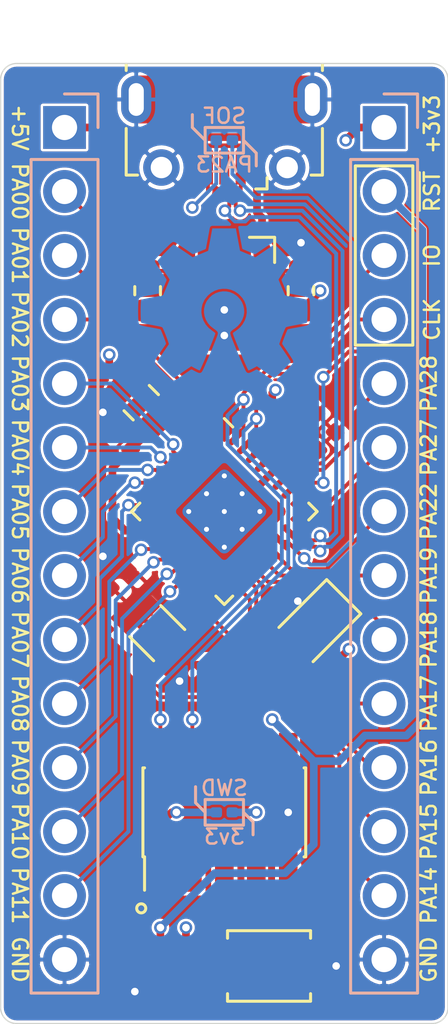
<source format=kicad_pcb>
(kicad_pcb (version 20171130) (host pcbnew "(5.1.4)-1")
  (layers (0 F.Cu signal) (1 In1.Cu power) (2 In2.Cu power) (31 B.Cu signal) (34 B.Paste user) (35 F.Paste user) (36 B.SilkS user) (37 F.SilkS user) (38 B.Mask user) (39 F.Mask user) (44 Edge.Cuts user))
  (net 0 "")
  (net 1 +3V3)
  (net 2 GND)
  (net 3 /VDDANA)
  (net 4 +5V)
  (net 5 /PA14)
  (net 6 /PA15)
  (net 7 /~RESET)
  (net 8 "Net-(D1-Pad2)")
  (net 9 /USB_D+)
  (net 10 /USB_D-)
  (net 11 /PA11)
  (net 12 /PA10)
  (net 13 /PA09)
  (net 14 /PA08)
  (net 15 /PA07)
  (net 16 /PA06)
  (net 17 /PA05)
  (net 18 /PA04)
  (net 19 /PA03)
  (net 20 /PA02)
  (net 21 /PA01)
  (net 22 /PA00)
  (net 23 /PA16)
  (net 24 /PA17)
  (net 25 /PA18)
  (net 26 /PA19)
  (net 27 /PA22)
  (net 28 /PA27)
  (net 29 /PA28)
  (net 30 /SWD_CLK)
  (net 31 /SWD_IO)
  (net 32 "Net-(J4-Pad8)")
  (net 33 "Net-(J4-Pad7)")
  (net 34 "Net-(J4-Pad6)")
  (net 35 /SWD_3V3)
  (net 36 "Net-(R2-Pad1)")
  (net 37 /USB_SOF)
  (net 38 "Net-(U1-Pad3)")
  (net 39 /VDDCORE)
  (net 40 /PA23)
  (module Crystal:Crystal_SMD_3215-2Pin_3.2x1.5mm (layer F.Cu) (at 32.893 45.466 135)
    (fp_text reference Y1 hide)
    (fp_text value ABS07-32.768KHZ)
    (pad 2 smd rect (at -1.25 0 135) (size 1 1.8) (layers F.Cu F.Paste F.Mask) (net 6 /PA15))
    (pad 1 smd rect (at 1.25 0 135) (size 1 1.8) (layers F.Cu F.Paste F.Mask) (net 5 /PA14))
  )
  (module Symbol:OSHW-Symbol_6.7x6mm_Copper (layer B.Cu) (at 35.56 32.385 180)
    (fp_text reference REF** hide)
    (fp_text value OSHW-Symbol_6.7x6mm_Copper hide)
    (fp_poly (pts (xy 0.555814 2.531069) (xy 0.639635 2.086445) (xy 0.94892 1.958947) (xy 1.258206 1.831449) (xy 1.629246 2.083754) (xy 1.733157 2.154004) (xy 1.827087 2.216728) (xy 1.906652 2.269062) (xy 1.96747 2.308143) (xy 2.005157 2.331107) (xy 2.015421 2.336058) (xy 2.03391 2.323324) (xy 2.07342 2.288118) (xy 2.129522 2.234938) (xy 2.197787 2.168282) (xy 2.273786 2.092646) (xy 2.353092 2.012528) (xy 2.431275 1.932426) (xy 2.503907 1.856836) (xy 2.566559 1.790255) (xy 2.614803 1.737182) (xy 2.64421 1.702113) (xy 2.651241 1.690377) (xy 2.641123 1.66874) (xy 2.612759 1.621338) (xy 2.569129 1.552807) (xy 2.513218 1.467785) (xy 2.448006 1.370907) (xy 2.410219 1.31565) (xy 2.341343 1.214752) (xy 2.28014 1.123701) (xy 2.229578 1.04703) (xy 2.192628 0.989272) (xy 2.172258 0.954957) (xy 2.169197 0.947746) (xy 2.176136 0.927252) (xy 2.195051 0.879487) (xy 2.223087 0.811168) (xy 2.257391 0.729011) (xy 2.295109 0.63973) (xy 2.333387 0.550042) (xy 2.36937 0.466662) (xy 2.400206 0.396306) (xy 2.423039 0.34569) (xy 2.435017 0.321529) (xy 2.435724 0.320578) (xy 2.454531 0.315964) (xy 2.504618 0.305672) (xy 2.580793 0.290713) (xy 2.677865 0.272099) (xy 2.790643 0.250841) (xy 2.856442 0.238582) (xy 2.97695 0.215638) (xy 3.085797 0.193805) (xy 3.177476 0.174278) (xy 3.246481 0.158252) (xy 3.287304 0.146921) (xy 3.295511 0.143326) (xy 3.303548 0.118994) (xy 3.310033 0.064041) (xy 3.31497 -0.015108) (xy 3.318364 -0.112026) (xy 3.320218 -0.220287) (xy 3.320538 -0.333465) (xy 3.319327 -0.445135) (xy 3.31659 -0.548868) (xy 3.312331 -0.638241) (xy 3.306555 -0.706826) (xy 3.299267 -0.748197) (xy 3.294895 -0.75681) (xy 3.268764 -0.767133) (xy 3.213393 -0.781892) (xy 3.136107 -0.799352) (xy 3.04423 -0.81778) (xy 3.012158 -0.823741) (xy 2.857524 -0.852066) (xy 2.735375 -0.874876) (xy 2.641673 -0.89308) (xy 2.572384 -0.907583) (xy 2.523471 -0.919292) (xy 2.490897 -0.929115) (xy 2.470628 -0.937956) (xy 2.458626 -0.946724) (xy 2.456947 -0.948457) (xy 2.440184 -0.976371) (xy 2.414614 -1.030695) (xy 2.382788 -1.104777) (xy 2.34726 -1.191965) (xy 2.310583 -1.285608) (xy 2.275311 -1.379052) (xy 2.243996 -1.465647) (xy 2.219193 -1.53874) (xy 2.203454 -1.591678) (xy 2.199332 -1.617811) (xy 2.199676 -1.618726) (xy 2.213641 -1.640086) (xy 2.245322 -1.687084) (xy 2.291391 -1.754827) (xy 2.348518 -1.838423) (xy 2.413373 -1.932982) (xy 2.431843 -1.959854) (xy 2.497699 -2.057275) (xy 2.55565 -2.146163) (xy 2.602538 -2.221412) (xy 2.635207 -2.27792) (xy 2.6505 -2.310581) (xy 2.651241 -2.314593) (xy 2.638392 -2.335684) (xy 2.602888 -2.377464) (xy 2.549293 -2.435445) (xy 2.482171 -2.505135) (xy 2.406087 -2.582045) (xy 2.325604 -2.661683) (xy 2.245287 -2.739561) (xy 2.169699 -2.811186) (xy 2.103405 -2.87207) (xy 2.050969 -2.917721) (xy 2.016955 -2.94365) (xy 2.007545 -2.947883) (xy 1.985643 -2.937912) (xy 1.9408 -2.91102) (xy 1.880321 -2.871736) (xy 1.833789 -2.840117) (xy 1.749475 -2.782098) (xy 1.649626 -2.713784) (xy 1.549473 -2.645579) (xy 1.495627 -2.609075) (xy 1.313371 -2.4858) (xy 1.160381 -2.56852) (xy 1.090682 -2.604759) (xy 1.031414 -2.632926) (xy 0.991311 -2.648991) (xy 0.981103 -2.651226) (xy 0.968829 -2.634722) (xy 0.944613 -2.588082) (xy 0.910263 -2.515609) (xy 0.867588 -2.421606) (xy 0.818394 -2.310374) (xy 0.76449 -2.186215) (xy 0.707684 -2.053432) (xy 0.649782 -1.916327) (xy 0.592593 -1.779202) (xy 0.537924 -1.646358) (xy 0.487584 -1.522098) (xy 0.44338 -1.410725) (xy 0.407119 -1.316539) (xy 0.380609 -1.243844) (xy 0.365658 -1.196941) (xy 0.363254 -1.180833) (xy 0.382311 -1.160286) (xy 0.424036 -1.126933) (xy 0.479706 -1.087702) (xy 0.484378 -1.084599) (xy 0.628264 -0.969423) (xy 0.744283 -0.835053) (xy 0.83143 -0.685784) (xy 0.888699 -0.525913) (xy 0.915086 -0.359737) (xy 0.909585 -0.191552) (xy 0.87119 -0.025655) (xy 0.798895 0.133658) (xy 0.777626 0.168513) (xy 0.666996 0.309263) (xy 0.536302 0.422286) (xy 0.390064 0.506997) (xy 0.232808 0.562806) (xy 0.069057 0.589126) (xy -0.096667 0.58537) (xy -0.259838 0.55095) (xy -0.415935 0.485277) (xy -0.560433 0.387765) (xy -0.605131 0.348187) (xy -0.718888 0.224297) (xy -0.801782 0.093876) (xy -0.858644 -0.052315) (xy -0.890313 -0.197088) (xy -0.898131 -0.35986) (xy -0.872062 -0.52344) (xy -0.814755 -0.682298) (xy -0.728856 -0.830906) (xy -0.617014 -0.963735) (xy -0.481877 -1.075256) (xy -0.464117 -1.087011) (xy -0.40785 -1.125508) (xy -0.365077 -1.158863) (xy -0.344628 -1.18016) (xy -0.344331 -1.180833) (xy -0.348721 -1.203871) (xy -0.366124 -1.256157) (xy -0.394732 -1.33339) (xy -0.432735 -1.431268) (xy -0.478326 -1.545491) (xy -0.529697 -1.671758) (xy -0.585038 -1.805767) (xy -0.642542 -1.943218) (xy -0.700399 -2.079808) (xy -0.756802 -2.211237) (xy -0.809942 -2.333205) (xy -0.85801 -2.441409) (xy -0.899199 -2.531549) (xy -0.931699 -2.599323) (xy -0.953703 -2.64043) (xy -0.962564 -2.651226) (xy -0.98964 -2.642819) (xy -1.040303 -2.620272) (xy -1.105817 -2.587613) (xy -1.141841 -2.56852) (xy -1.294832 -2.4858) (xy -1.477088 -2.609075) (xy -1.570125 -2.672228) (xy -1.671985 -2.741727) (xy -1.767438 -2.807165) (xy -1.81525 -2.840117) (xy -1.882495 -2.885273) (xy -1.939436 -2.921057) (xy -1.978646 -2.942938) (xy -1.991381 -2.947563) (xy -2.009917 -2.935085) (xy -2.050941 -2.900252) (xy -2.110475 -2.846678) (xy -2.184542 -2.777983) (xy -2.269165 -2.697781) (xy -2.322685 -2.646286) (xy -2.416319 -2.554286) (xy -2.497241 -2.471999) (xy -2.562177 -2.402945) (xy -2.607858 -2.350644) (xy -2.631011 -2.318616) (xy -2.633232 -2.312116) (xy -2.622924 -2.287394) (xy -2.594439 -2.237405) (xy -2.550937 -2.167212) (xy -2.495577 -2.081875) (xy -2.43152 -1.986456) (xy -2.413303 -1.959854) (xy -2.346927 -1.863167) (xy -2.287378 -1.776117) (xy -2.237984 -1.703595) (xy -2.202075 -1.650493) (xy -2.182981 -1.621703) (xy -2.181136 -1.618726) (xy -2.183895 -1.595782) (xy -2.198538 -1.545336) (xy -2.222513 -1.474041) (xy -2.253266 -1.388547) (xy -2.288244 -1.295507) (xy -2.324893 -1.201574) (xy -2.360661 -1.113399) (xy -2.392994 -1.037634) (xy -2.419338 -0.980931) (xy -2.437142 -0.949943) (xy -2.438407 -0.948457) (xy -2.449294 -0.939601) (xy -2.467682 -0.930843) (xy -2.497606 -0.921277) (xy -2.543103 -0.909996) (xy -2.608209 -0.896093) (xy -2.696961 -0.878663) (xy -2.813393 -0.856798) (xy -2.961542 -0.829591) (xy -2.993618 -0.823741) (xy -3.088686 -0.805374) (xy -3.171565 -0.787405) (xy -3.23493 -0.771569) (xy -3.271458 -0.7596) (xy -3.276356 -0.75681) (xy -3.284427 -0.732072) (xy -3.290987 -0.67679) (xy -3.296033 -0.597389) (xy -3.299559 -0.500296) (xy -3.301561 -0.391938) (xy -3.302036 -0.27874) (xy -3.300977 -0.167128) (xy -3.298382 -0.063529) (xy -3.294246 0.025632) (xy -3.288563 0.093928) (xy -3.281331 0.134934) (xy -3.276971 0.143326) (xy -3.252698 0.151792) (xy -3.197426 0.165565) (xy -3.116662 0.18345) (xy -3.015912 0.204252) (xy -2.900683 0.226777) (xy -2.837902 0.238582) (xy -2.718787 0.260849) (xy -2.612565 0.281021) (xy -2.524427 0.298085) (xy -2.459566 0.311031) (xy -2.423174 0.318845) (xy -2.417184 0.320578) (xy -2.407061 0.34011) (xy -2.385662 0.387157) (xy -2.355839 0.454997) (xy -2.320445 0.536909) (xy -2.282332 0.626172) (xy -2.244353 0.716065) (xy -2.20936 0.799865) (xy -2.180206 0.870853) (xy -2.159743 0.922306) (xy -2.150823 0.947503) (xy -2.150657 0.948604) (xy -2.160769 0.968481) (xy -2.189117 1.014223) (xy -2.232723 1.081283) (xy -2.288606 1.165116) (xy -2.353787 1.261174) (xy -2.391679 1.31635) (xy -2.460725 1.417519) (xy -2.52205 1.50937) (xy -2.572663 1.587256) (xy -2.609571 1.646531) (xy -2.629782 1.682549) (xy -2.632701 1.690623) (xy -2.620153 1.709416) (xy -2.585463 1.749543) (xy -2.533063 1.806507) (xy -2.467384 1.875815) (xy -2.392856 1.952969) (xy -2.313913 2.033475) (xy -2.234983 2.112837) (xy -2.1605 2.18656) (xy -2.094894 2.250148) (xy -2.042596 2.299106) (xy -2.008039 2.328939) (xy -1.996478 2.336058) (xy -1.977654 2.326047) (xy -1.932631 2.297922) (xy -1.865787 2.254546) (xy -1.781499 2.198782) (xy -1.684144 2.133494) (xy -1.610707 2.083754) (xy -1.239667 1.831449) (xy -0.621095 2.086445) (xy -0.537275 2.531069) (xy -0.453454 2.975693) (xy 0.471994 2.975693) (xy 0.555814 2.531069)) (layer B.Cu) (width 0.01))
  )
  (module LED_SMD:LED_0805_2012Metric (layer F.Cu) (at 39.116 45.212 225)
    (fp_text reference D1 hide)
    (fp_text value PWR_LED)
    (pad 2 smd roundrect (at 0.9375 0 225) (size 0.975 1.4) (layers F.Cu F.Paste F.Mask) (net 8 "Net-(D1-Pad2)"))
    (pad 1 smd roundrect (at -0.9375 0 225) (size 0.975 1.4) (layers F.Cu F.Paste F.Mask) (net 2 GND))
  )
  (module Resistor_SMD:R_0402_1005Metric (layer F.Cu) (at 34.036 58.42 270)
    (fp_text reference R3 hide)
    (fp_text value 4k7)
    (pad 2 smd roundrect (at 0.485 0 270) (size 0.59 0.64) (layers F.Cu F.Paste F.Mask) (net 36 "Net-(R2-Pad1)"))
    (pad 1 smd roundrect (at -0.485 0 270) (size 0.59 0.64) (layers F.Cu F.Paste F.Mask) (net 1 +3V3))
  )
  (module Resistor_SMD:R_0402_1005Metric (layer F.Cu) (at 33.02 58.42 90)
    (fp_text reference R2 hide)
    (fp_text value 4k7)
    (pad 2 smd roundrect (at 0.485 0 90) (size 0.59 0.64) (layers F.Cu F.Paste F.Mask) (net 7 /~RESET))
    (pad 1 smd roundrect (at -0.485 0 90) (size 0.59 0.64) (layers F.Cu F.Paste F.Mask) (net 36 "Net-(R2-Pad1)"))
  )
  (module Resistor_SMD:R_0402_1005Metric (layer F.Cu) (at 39.624 46.99 225)
    (fp_text reference R1 hide)
    (fp_text value 100R)
    (pad 2 smd roundrect (at 0.485 0 225) (size 0.59 0.64) (layers F.Cu F.Paste F.Mask) (net 8 "Net-(D1-Pad2)"))
    (pad 1 smd roundrect (at -0.485 0 225) (size 0.59 0.64) (layers F.Cu F.Paste F.Mask) (net 1 +3V3))
  )
  (module Capacitor_SMD:C_0402_1005Metric (layer F.Cu) (at 32.004 58.42 270)
    (fp_text reference C9 hide)
    (fp_text value 0.1u)
    (pad 2 smd roundrect (at 0.485 0 270) (size 0.59 0.64) (layers F.Cu F.Paste F.Mask) (net 2 GND))
    (pad 1 smd roundrect (at -0.485 0 270) (size 0.59 0.64) (layers F.Cu F.Paste F.Mask) (net 7 /~RESET))
  )
  (module Capacitor_SMD:C_0402_1005Metric (layer F.Cu) (at 35.052 46.99 225)
    (fp_text reference C8 hide)
    (fp_text value 22p)
    (pad 2 smd roundrect (at 0.485 0 225) (size 0.59 0.64) (layers F.Cu F.Paste F.Mask) (net 2 GND))
    (pad 1 smd roundrect (at -0.485 0 225) (size 0.59 0.64) (layers F.Cu F.Paste F.Mask) (net 6 /PA15))
  )
  (module Capacitor_SMD:C_0402_1005Metric (layer F.Cu) (at 31.369 43.307 45)
    (fp_text reference C7 hide)
    (fp_text value 22p)
    (pad 2 smd roundrect (at 0.485 0 45) (size 0.59 0.64) (layers F.Cu F.Paste F.Mask) (net 2 GND))
    (pad 1 smd roundrect (at -0.485 0 45) (size 0.59 0.64) (layers F.Cu F.Paste F.Mask) (net 5 /PA14))
  )
  (module Capacitor_SMD:C_0603_1608Metric (layer F.Cu) (at 38.608 31.877 90)
    (fp_text reference C6 hide)
    (fp_text value 4.7u)
    (pad 2 smd roundrect (at 0.7875 0 90) (size 0.875 0.95) (layers F.Cu F.Paste F.Mask) (net 2 GND))
    (pad 1 smd roundrect (at -0.7875 0 90) (size 0.875 0.95) (layers F.Cu F.Paste F.Mask) (net 1 +3V3))
  )
  (module Capacitor_SMD:C_0402_1005Metric (layer F.Cu) (at 38.1 36.322 225)
    (fp_text reference C5 hide)
    (fp_text value 0.1u)
    (pad 2 smd roundrect (at 0.485 0 225) (size 0.59 0.64) (layers F.Cu F.Paste F.Mask) (net 1 +3V3))
    (pad 1 smd roundrect (at -0.485 0 225) (size 0.59 0.64) (layers F.Cu F.Paste F.Mask) (net 2 GND))
  )
  (module Capacitor_SMD:C_0402_1005Metric (layer F.Cu) (at 31.496 37.846 315)
    (fp_text reference C4 hide)
    (fp_text value 0.1u)
    (pad 2 smd roundrect (at 0.485 0 315) (size 0.59 0.64) (layers F.Cu F.Paste F.Mask) (net 3 /VDDANA))
    (pad 1 smd roundrect (at -0.485 0 315) (size 0.59 0.64) (layers F.Cu F.Paste F.Mask) (net 2 GND))
  )
  (module Capacitor_SMD:C_0402_1005Metric (layer F.Cu) (at 38.862 37.084 225)
    (fp_text reference C3 hide)
    (fp_text value 0.1u)
    (pad 2 smd roundrect (at 0.485 0 225) (size 0.59 0.64) (layers F.Cu F.Paste F.Mask) (net 39 /VDDCORE))
    (pad 1 smd roundrect (at -0.485 0 225) (size 0.59 0.64) (layers F.Cu F.Paste F.Mask) (net 2 GND))
  )
  (module Capacitor_SMD:C_0402_1005Metric (layer F.Cu) (at 39.624 37.846 225)
    (fp_text reference C2 hide)
    (fp_text value 1u)
    (pad 2 smd roundrect (at 0.485 0 225) (size 0.59 0.64) (layers F.Cu F.Paste F.Mask) (net 39 /VDDCORE))
    (pad 1 smd roundrect (at -0.485 0 225) (size 0.59 0.64) (layers F.Cu F.Paste F.Mask) (net 2 GND))
  )
  (module Capacitor_SMD:C_0603_1608Metric (layer F.Cu) (at 32.512 31.877 90)
    (fp_text reference C1 hide)
    (fp_text value 4.7u)
    (pad 2 smd roundrect (at 0.7875 0 90) (size 0.875 0.95) (layers F.Cu F.Paste F.Mask) (net 2 GND))
    (pad 1 smd roundrect (at -0.7875 0 90) (size 0.875 0.95) (layers F.Cu F.Paste F.Mask) (net 4 +5V))
  )
  (module Resistor_SMD:R_0201_0603Metric (layer B.Cu) (at 35.56 52.578 180)
    (fp_text reference JP2 hide)
    (fp_text value SWD_VCC)
    (pad 2 smd roundrect (at 0.32 0 180) (size 0.46 0.4) (layers B.Cu B.Mask) (net 35 /SWD_3V3))
    (pad 1 smd roundrect (at -0.32 0 180) (size 0.46 0.4) (layers B.Cu B.Mask) (net 1 +3V3))
  )
  (module Resistor_SMD:R_0201_0603Metric (layer B.Cu) (at 35.56 25.908 180)
    (fp_text reference JP1 hide)
    (fp_text value USB_SOF hide)
    (pad 2 smd roundrect (at 0.32 0 180) (size 0.46 0.4) (layers B.Cu B.Mask) (net 37 /USB_SOF))
    (pad 1 smd roundrect (at -0.32 0 180) (size 0.46 0.4) (layers B.Cu B.Mask) (net 40 /PA23))
  )
  (module Package_DFN_QFN:QFN-32-1EP_5x5mm_P0.5mm_EP3.6x3.6mm_ThermalVias (layer F.Cu) (at 35.56 40.64 315)
    (fp_text reference U2 hide)
    (fp_text value ATSAMD21E)
    (pad 32 smd roundrect (at -1.75 -2.45 315) (size 0.25 0.8) (layers F.Cu F.Paste F.Mask) (net 31 /SWD_IO))
    (pad 31 smd roundrect (at -1.25 -2.45 315) (size 0.25 0.8) (layers F.Cu F.Paste F.Mask) (net 30 /SWD_CLK))
    (pad 30 smd roundrect (at -0.75 -2.45 315) (size 0.25 0.8) (layers F.Cu F.Paste F.Mask) (net 1 +3V3))
    (pad 29 smd roundrect (at -0.25 -2.45 315) (size 0.25 0.8) (layers F.Cu F.Paste F.Mask) (net 39 /VDDCORE))
    (pad 28 smd roundrect (at 0.25 -2.45 315) (size 0.25 0.8) (layers F.Cu F.Paste F.Mask) (net 2 GND))
    (pad 27 smd roundrect (at 0.75 -2.45 315) (size 0.25 0.8) (layers F.Cu F.Paste F.Mask) (net 29 /PA28))
    (pad 26 smd roundrect (at 1.25 -2.45 315) (size 0.25 0.8) (layers F.Cu F.Paste F.Mask) (net 7 /~RESET))
    (pad 25 smd roundrect (at 1.75 -2.45 315) (size 0.25 0.8) (layers F.Cu F.Paste F.Mask) (net 28 /PA27))
    (pad 24 smd roundrect (at 2.45 -1.75 315) (size 0.8 0.25) (layers F.Cu F.Paste F.Mask) (net 9 /USB_D+))
    (pad 23 smd roundrect (at 2.45 -1.25 315) (size 0.8 0.25) (layers F.Cu F.Paste F.Mask) (net 10 /USB_D-))
    (pad 22 smd roundrect (at 2.45 -0.75 315) (size 0.8 0.25) (layers F.Cu F.Paste F.Mask) (net 40 /PA23))
    (pad 21 smd roundrect (at 2.45 -0.25 315) (size 0.8 0.25) (layers F.Cu F.Paste F.Mask) (net 27 /PA22))
    (pad 20 smd roundrect (at 2.45 0.25 315) (size 0.8 0.25) (layers F.Cu F.Paste F.Mask) (net 26 /PA19))
    (pad 19 smd roundrect (at 2.45 0.75 315) (size 0.8 0.25) (layers F.Cu F.Paste F.Mask) (net 25 /PA18))
    (pad 18 smd roundrect (at 2.45 1.25 315) (size 0.8 0.25) (layers F.Cu F.Paste F.Mask) (net 24 /PA17))
    (pad 17 smd roundrect (at 2.45 1.75 315) (size 0.8 0.25) (layers F.Cu F.Paste F.Mask) (net 23 /PA16))
    (pad 16 smd roundrect (at 1.75 2.45 315) (size 0.25 0.8) (layers F.Cu F.Paste F.Mask) (net 6 /PA15))
    (pad 15 smd roundrect (at 1.25 2.45 315) (size 0.25 0.8) (layers F.Cu F.Paste F.Mask) (net 5 /PA14))
    (pad 14 smd roundrect (at 0.75 2.45 315) (size 0.25 0.8) (layers F.Cu F.Paste F.Mask) (net 11 /PA11))
    (pad 13 smd roundrect (at 0.25 2.45 315) (size 0.25 0.8) (layers F.Cu F.Paste F.Mask) (net 12 /PA10))
    (pad 12 smd roundrect (at -0.25 2.45 315) (size 0.25 0.8) (layers F.Cu F.Paste F.Mask) (net 13 /PA09))
    (pad 11 smd roundrect (at -0.75 2.45 315) (size 0.25 0.8) (layers F.Cu F.Paste F.Mask) (net 14 /PA08))
    (pad 10 smd roundrect (at -1.25 2.45 315) (size 0.25 0.8) (layers F.Cu F.Paste F.Mask) (net 2 GND))
    (pad 9 smd roundrect (at -1.75 2.45 315) (size 0.25 0.8) (layers F.Cu F.Paste F.Mask) (net 3 /VDDANA))
    (pad 8 smd roundrect (at -2.45 1.75 315) (size 0.8 0.25) (layers F.Cu F.Paste F.Mask) (net 15 /PA07))
    (pad 7 smd roundrect (at -2.45 1.25 315) (size 0.8 0.25) (layers F.Cu F.Paste F.Mask) (net 16 /PA06))
    (pad 6 smd roundrect (at -2.45 0.75 315) (size 0.8 0.25) (layers F.Cu F.Paste F.Mask) (net 17 /PA05))
    (pad 5 smd roundrect (at -2.45 0.25 315) (size 0.8 0.25) (layers F.Cu F.Paste F.Mask) (net 18 /PA04))
    (pad 4 smd roundrect (at -2.45 -0.25 315) (size 0.8 0.25) (layers F.Cu F.Paste F.Mask) (net 19 /PA03))
    (pad 3 smd roundrect (at -2.45 -0.75 315) (size 0.8 0.25) (layers F.Cu F.Paste F.Mask) (net 20 /PA02))
    (pad 2 smd roundrect (at -2.45 -1.25 315) (size 0.8 0.25) (layers F.Cu F.Paste F.Mask) (net 21 /PA01))
    (pad 1 smd roundrect (at -2.45 -1.75 315) (size 0.8 0.25) (layers F.Cu F.Paste F.Mask) (net 22 /PA00))
    (pad 33 smd roundrect (at 0 0 315) (size 2.5 2.5) (layers B.Cu) (roundrect_rratio 0.1) (net 2 GND))
    (pad 33 thru_hole circle (at 1 1 315) (size 0.5 0.5) (drill 0.2) (layers *.Cu) (net 2 GND))
    (pad 33 thru_hole circle (at 0 1 315) (size 0.5 0.5) (drill 0.2) (layers *.Cu) (net 2 GND))
    (pad 33 thru_hole circle (at -1 1 315) (size 0.5 0.5) (drill 0.2) (layers *.Cu) (net 2 GND))
    (pad 33 thru_hole circle (at 1 0 315) (size 0.5 0.5) (drill 0.2) (layers *.Cu) (net 2 GND))
    (pad 33 thru_hole circle (at 0 0 315) (size 0.5 0.5) (drill 0.2) (layers *.Cu) (net 2 GND))
    (pad 33 thru_hole circle (at -1 0 315) (size 0.5 0.5) (drill 0.2) (layers *.Cu) (net 2 GND))
    (pad 33 thru_hole circle (at 1 -1 315) (size 0.5 0.5) (drill 0.2) (layers *.Cu) (net 2 GND))
    (pad 33 thru_hole circle (at 0 -1 315) (size 0.5 0.5) (drill 0.2) (layers *.Cu) (net 2 GND))
    (pad 33 thru_hole circle (at -1 -1 315) (size 0.5 0.5) (drill 0.2) (layers *.Cu) (net 2 GND))
    (pad 33 smd roundrect (at 0 0 315) (size 3.6 3.6) (layers F.Cu F.Mask) (roundrect_rratio 0.06944400000000001) (net 2 GND))
  )
  (module jkiv-library:SOT89-5 (layer F.Cu) (at 35.56 32.258 180)
    (fp_text reference U1 hide)
    (fp_text value AP7361C_SOT-89-5)
    (pad 2 smd roundrect (at 0 -0.45 180) (size 1.93 3) (layers F.Cu F.Paste F.Mask) (net 2 GND))
    (pad 4 smd roundrect (at 1.5 -1.65 180) (size 0.68 1.2) (layers F.Cu F.Paste F.Mask) (net 4 +5V))
    (pad 2 smd roundrect (at 0 -1.5 180) (size 1.93 1) (layers F.Cu F.Paste F.Mask) (net 2 GND))
    (pad 5 smd roundrect (at -1.5 -1.65 180) (size 0.68 1.2) (layers F.Cu F.Paste F.Mask) (net 1 +3V3))
    (pad 1 smd roundrect (at -1.5 1.65 180) (size 0.68 1.2) (layers F.Cu F.Paste F.Mask) (net 4 +5V))
    (pad 2 smd roundrect (at 0 1.45 180) (size 0.68 1.6) (layers F.Cu F.Paste F.Mask) (net 2 GND))
    (pad 3 smd roundrect (at 1.5 1.65 180) (size 0.68 1.2) (layers F.Cu F.Paste F.Mask) (net 38 "Net-(U1-Pad3)"))
  )
  (module Button_Switch_SMD:SW_SPST_B3U-1000P (layer F.Cu) (at 37.338 58.674)
    (fp_text reference SW1 hide)
    (fp_text value RESET)
    (pad 2 smd rect (at 1.7 0) (size 0.9 1.7) (layers F.Cu F.Paste F.Mask) (net 2 GND))
    (pad 1 smd rect (at -1.7 0) (size 0.9 1.7) (layers F.Cu F.Paste F.Mask) (net 36 "Net-(R2-Pad1)"))
  )
  (module Connector_PinHeader_1.27mm:PinHeader_2x05_P1.27mm_Vertical_SMD (layer F.Cu) (at 35.56 52.578 90)
    (fp_text reference J4 hide)
    (fp_text value SWD_1.27)
    (pad 10 smd rect (at 1.95 2.54 90) (size 2.4 0.74) (layers F.Cu F.Paste F.Mask) (net 7 /~RESET))
    (pad 9 smd rect (at -1.95 2.54 90) (size 2.4 0.74) (layers F.Cu F.Paste F.Mask) (net 2 GND))
    (pad 8 smd rect (at 1.95 1.27 90) (size 2.4 0.74) (layers F.Cu F.Paste F.Mask) (net 32 "Net-(J4-Pad8)"))
    (pad 7 smd rect (at -1.95 1.27 90) (size 2.4 0.74) (layers F.Cu F.Paste F.Mask) (net 33 "Net-(J4-Pad7)"))
    (pad 6 smd rect (at 1.95 0 90) (size 2.4 0.74) (layers F.Cu F.Paste F.Mask) (net 34 "Net-(J4-Pad6)"))
    (pad 5 smd rect (at -1.95 0 90) (size 2.4 0.74) (layers F.Cu F.Paste F.Mask) (net 2 GND))
    (pad 4 smd rect (at 1.95 -1.27 90) (size 2.4 0.74) (layers F.Cu F.Paste F.Mask) (net 30 /SWD_CLK))
    (pad 3 smd rect (at -1.95 -1.27 90) (size 2.4 0.74) (layers F.Cu F.Paste F.Mask) (net 2 GND))
    (pad 2 smd rect (at 1.95 -2.54 90) (size 2.4 0.74) (layers F.Cu F.Paste F.Mask) (net 31 /SWD_IO))
    (pad 1 smd rect (at -1.95 -2.54 90) (size 2.4 0.74) (layers F.Cu F.Paste F.Mask) (net 35 /SWD_3V3))
  )
  (module Connector_PinHeader_2.54mm:PinHeader_1x14_P2.54mm_Vertical (layer B.Cu) (at 41.91 25.4 180)
    (fp_text reference J3 hide)
    (fp_text value B hide)
    (pad 14 thru_hole oval (at 0 -33.02 180) (size 1.7 1.7) (drill 1) (layers *.Cu *.Mask) (net 2 GND))
    (pad 13 thru_hole oval (at 0 -30.48 180) (size 1.7 1.7) (drill 1) (layers *.Cu *.Mask) (net 5 /PA14))
    (pad 12 thru_hole oval (at 0 -27.94 180) (size 1.7 1.7) (drill 1) (layers *.Cu *.Mask) (net 6 /PA15))
    (pad 11 thru_hole oval (at 0 -25.4 180) (size 1.7 1.7) (drill 1) (layers *.Cu *.Mask) (net 23 /PA16))
    (pad 10 thru_hole oval (at 0 -22.86 180) (size 1.7 1.7) (drill 1) (layers *.Cu *.Mask) (net 24 /PA17))
    (pad 9 thru_hole oval (at 0 -20.32 180) (size 1.7 1.7) (drill 1) (layers *.Cu *.Mask) (net 25 /PA18))
    (pad 8 thru_hole oval (at 0 -17.78 180) (size 1.7 1.7) (drill 1) (layers *.Cu *.Mask) (net 26 /PA19))
    (pad 7 thru_hole oval (at 0 -15.24 180) (size 1.7 1.7) (drill 1) (layers *.Cu *.Mask) (net 27 /PA22))
    (pad 6 thru_hole oval (at 0 -12.7 180) (size 1.7 1.7) (drill 1) (layers *.Cu *.Mask) (net 28 /PA27))
    (pad 5 thru_hole oval (at 0 -10.16 180) (size 1.7 1.7) (drill 1) (layers *.Cu *.Mask) (net 29 /PA28))
    (pad 4 thru_hole oval (at 0 -7.62 180) (size 1.7 1.7) (drill 1) (layers *.Cu *.Mask) (net 30 /SWD_CLK))
    (pad 3 thru_hole oval (at 0 -5.08 180) (size 1.7 1.7) (drill 1) (layers *.Cu *.Mask) (net 31 /SWD_IO))
    (pad 2 thru_hole oval (at 0 -2.54 180) (size 1.7 1.7) (drill 1) (layers *.Cu *.Mask) (net 7 /~RESET))
    (pad 1 thru_hole rect (at 0 0 180) (size 1.7 1.7) (drill 1) (layers *.Cu *.Mask) (net 1 +3V3))
  )
  (module Connector_PinHeader_2.54mm:PinHeader_1x14_P2.54mm_Vertical (layer B.Cu) (at 29.21 25.4 180)
    (fp_text reference J2 hide)
    (fp_text value A hide)
    (pad 14 thru_hole oval (at 0 -33.02 180) (size 1.7 1.7) (drill 1) (layers *.Cu *.Mask) (net 2 GND))
    (pad 13 thru_hole oval (at 0 -30.48 180) (size 1.7 1.7) (drill 1) (layers *.Cu *.Mask) (net 11 /PA11))
    (pad 12 thru_hole oval (at 0 -27.94 180) (size 1.7 1.7) (drill 1) (layers *.Cu *.Mask) (net 12 /PA10))
    (pad 11 thru_hole oval (at 0 -25.4 180) (size 1.7 1.7) (drill 1) (layers *.Cu *.Mask) (net 13 /PA09))
    (pad 10 thru_hole oval (at 0 -22.86 180) (size 1.7 1.7) (drill 1) (layers *.Cu *.Mask) (net 14 /PA08))
    (pad 9 thru_hole oval (at 0 -20.32 180) (size 1.7 1.7) (drill 1) (layers *.Cu *.Mask) (net 15 /PA07))
    (pad 8 thru_hole oval (at 0 -17.78 180) (size 1.7 1.7) (drill 1) (layers *.Cu *.Mask) (net 16 /PA06))
    (pad 7 thru_hole oval (at 0 -15.24 180) (size 1.7 1.7) (drill 1) (layers *.Cu *.Mask) (net 17 /PA05))
    (pad 6 thru_hole oval (at 0 -12.7 180) (size 1.7 1.7) (drill 1) (layers *.Cu *.Mask) (net 18 /PA04))
    (pad 5 thru_hole oval (at 0 -10.16 180) (size 1.7 1.7) (drill 1) (layers *.Cu *.Mask) (net 19 /PA03))
    (pad 4 thru_hole oval (at 0 -7.62 180) (size 1.7 1.7) (drill 1) (layers *.Cu *.Mask) (net 20 /PA02))
    (pad 3 thru_hole oval (at 0 -5.08 180) (size 1.7 1.7) (drill 1) (layers *.Cu *.Mask) (net 21 /PA01))
    (pad 2 thru_hole oval (at 0 -2.54 180) (size 1.7 1.7) (drill 1) (layers *.Cu *.Mask) (net 22 /PA00))
    (pad 1 thru_hole rect (at 0 0 180) (size 1.7 1.7) (drill 1) (layers *.Cu *.Mask) (net 4 +5V))
  )
  (module Connector_USB:USB_Micro-B_Molex-105017-0001 (layer F.Cu) (at 35.56 25.527 180)
    (fp_text reference J1 hide)
    (fp_text value USB_B_Micro)
    (pad 6 smd rect (at -2.9 1.2375 180) (size 1.2 1.9) (layers F.Cu F.Mask) (net 2 GND))
    (pad 6 smd rect (at 2.9 1.2375 180) (size 1.2 1.9) (layers F.Cu F.Mask) (net 2 GND))
    (pad 6 thru_hole oval (at 3.5 1.2375 180) (size 1.2 1.9) (drill oval 0.6 1.3) (layers *.Cu *.Mask) (net 2 GND))
    (pad 6 thru_hole oval (at -3.5 1.2375) (size 1.2 1.9) (drill oval 0.6 1.3) (layers *.Cu *.Mask) (net 2 GND))
    (pad 6 smd rect (at -1 1.2375 180) (size 1.5 1.9) (layers F.Cu F.Paste F.Mask) (net 2 GND))
    (pad 6 thru_hole circle (at 2.5 -1.4625 180) (size 1.45 1.45) (drill 0.85) (layers *.Cu *.Mask) (net 2 GND))
    (pad 3 smd rect (at 0 -1.4625 180) (size 0.4 1.35) (layers F.Cu F.Paste F.Mask) (net 9 /USB_D+))
    (pad 4 smd rect (at 0.65 -1.4625 180) (size 0.4 1.35) (layers F.Cu F.Paste F.Mask) (net 37 /USB_SOF))
    (pad 5 smd rect (at 1.3 -1.4625 180) (size 0.4 1.35) (layers F.Cu F.Paste F.Mask) (net 2 GND))
    (pad 1 smd rect (at -1.3 -1.4625 180) (size 0.4 1.35) (layers F.Cu F.Paste F.Mask) (net 4 +5V))
    (pad 2 smd rect (at -0.65 -1.4625 180) (size 0.4 1.35) (layers F.Cu F.Paste F.Mask) (net 10 /USB_D-))
    (pad 6 thru_hole circle (at -2.5 -1.4625 180) (size 1.45 1.45) (drill 0.85) (layers *.Cu *.Mask) (net 2 GND))
    (pad 6 smd rect (at 1 1.2375 180) (size 1.5 1.9) (layers F.Cu F.Paste F.Mask) (net 2 GND))
  )
  (module Inductor_SMD:L_0805_2012Metric (layer F.Cu) (at 32.258 36.322 315)
    (fp_text reference FB1 hide)
    (fp_text value FB)
    (pad 2 smd roundrect (at 0.9375 0 315) (size 0.975 1.4) (layers F.Cu F.Paste F.Mask) (net 3 /VDDANA))
    (pad 1 smd roundrect (at -0.9375 0 315) (size 0.975 1.4) (layers F.Cu F.Paste F.Mask) (net 1 +3V3))
  )
  (gr_line (start 36.703 52.959) (end 36.703 53.467) (layer B.SilkS) (width 0.12))
  (gr_line (start 36.322 52.578) (end 36.703 52.959) (layer B.SilkS) (width 0.12))
  (gr_line (start 34.417 52.197) (end 34.417 51.562) (layer B.SilkS) (width 0.12))
  (gr_line (start 34.798 52.578) (end 34.417 52.197) (layer B.SilkS) (width 0.12))
  (gr_line (start 36.83 26.416) (end 36.83 26.924) (layer B.SilkS) (width 0.12))
  (gr_line (start 36.322 25.908) (end 36.83 26.416) (layer B.SilkS) (width 0.12))
  (gr_line (start 34.29 25.4) (end 34.29 24.892) (layer B.SilkS) (width 0.12))
  (gr_line (start 34.798 25.908) (end 34.29 25.4) (layer B.SilkS) (width 0.12))
  (gr_line (start 40.767 26.924) (end 40.767 34.036) (layer F.SilkS) (width 0.12))
  (gr_circle (center 32.258 56.388) (end 32.385 56.515) (layer F.SilkS) (width 0.12))
  (gr_line (start 43.053 34.036) (end 40.767 34.036) (layer F.SilkS) (width 0.12))
  (gr_line (start 43.053 26.924) (end 43.053 34.036) (layer F.SilkS) (width 0.12))
  (gr_line (start 40.767 26.924) (end 43.053 26.924) (layer F.SilkS) (width 0.12))
  (gr_text ~RST (at 43.815 27.94 90) (layer F.SilkS) (effects (font (size 0.6 0.6) (thickness 0.1))))
  (gr_text +3v3 (at 43.815 25.273 90) (layer F.SilkS) (effects (font (size 0.6 0.6) (thickness 0.1))))
  (gr_text PA14 (at 43.688 55.88 90) (layer F.SilkS) (effects (font (size 0.6 0.6) (thickness 0.1))))
  (gr_text GND (at 43.688 58.42 90) (layer F.SilkS) (effects (font (size 0.6 0.6) (thickness 0.1))))
  (gr_text PA27 (at 43.688 38.1 90) (layer F.SilkS) (effects (font (size 0.6 0.6) (thickness 0.1))))
  (gr_text PA17 (at 43.688 48.26 90) (layer F.SilkS) (effects (font (size 0.6 0.6) (thickness 0.1))))
  (gr_text PA15 (at 43.688 53.34 90) (layer F.SilkS) (effects (font (size 0.6 0.6) (thickness 0.1))))
  (gr_text PA16 (at 43.688 50.8 90) (layer F.SilkS) (effects (font (size 0.6 0.6) (thickness 0.1))))
  (gr_text PA18 (at 43.688 45.72 90) (layer F.SilkS) (effects (font (size 0.6 0.6) (thickness 0.1))))
  (gr_text PA28 (at 43.688 35.56 90) (layer F.SilkS) (effects (font (size 0.6 0.6) (thickness 0.1))))
  (gr_text CLK (at 43.815 33.02 90) (layer F.SilkS) (effects (font (size 0.6 0.6) (thickness 0.1))))
  (gr_text PA19 (at 43.688 43.18 90) (layer F.SilkS) (effects (font (size 0.6 0.6) (thickness 0.1))))
  (gr_text PA22 (at 43.688 40.64 90) (layer F.SilkS) (effects (font (size 0.6 0.6) (thickness 0.1))))
  (gr_text IO (at 43.815 30.48 90) (layer F.SilkS) (effects (font (size 0.6 0.6) (thickness 0.1))))
  (gr_text GND (at 27.432 58.42 270) (layer F.SilkS) (effects (font (size 0.6 0.6) (thickness 0.1))))
  (gr_text PA11 (at 27.432 55.88 270) (layer F.SilkS) (effects (font (size 0.6 0.6) (thickness 0.1))))
  (gr_text PA10 (at 27.432 53.34 270) (layer F.SilkS) (effects (font (size 0.6 0.6) (thickness 0.1))))
  (gr_text PA09 (at 27.432 50.8 270) (layer F.SilkS) (effects (font (size 0.6 0.6) (thickness 0.1))))
  (gr_text PA08 (at 27.432 48.26 270) (layer F.SilkS) (effects (font (size 0.6 0.6) (thickness 0.1))))
  (gr_text PA07 (at 27.432 45.72 270) (layer F.SilkS) (effects (font (size 0.6 0.6) (thickness 0.1))))
  (gr_text PA06 (at 27.432 43.18 270) (layer F.SilkS) (effects (font (size 0.6 0.6) (thickness 0.1))))
  (gr_text PA05 (at 27.432 40.64 270) (layer F.SilkS) (effects (font (size 0.6 0.6) (thickness 0.1))))
  (gr_text PA04 (at 27.432 38.1 270) (layer F.SilkS) (effects (font (size 0.6 0.6) (thickness 0.1))))
  (gr_text PA03 (at 27.432 35.56 270) (layer F.SilkS) (effects (font (size 0.6 0.6) (thickness 0.1))))
  (gr_text PA02 (at 27.432 33.02 270) (layer F.SilkS) (effects (font (size 0.6 0.6) (thickness 0.1))))
  (gr_text PA01 (at 27.432 30.48 270) (layer F.SilkS) (effects (font (size 0.6 0.6) (thickness 0.1))))
  (gr_text PA00 (at 27.432 27.94 270) (layer F.SilkS) (effects (font (size 0.6 0.6) (thickness 0.1))))
  (gr_text +5V (at 27.432 25.4 270) (layer F.SilkS) (effects (font (size 0.6 0.6) (thickness 0.1))))
  (gr_text "SWD\n\n3v3" (at 35.56 52.578) (layer B.SilkS) (effects (font (size 0.6 0.6) (thickness 0.1)) (justify mirror)))
  (gr_text "SOF\n\nPA23" (at 35.56 25.908) (layer B.SilkS) (effects (font (size 0.6 0.6) (thickness 0.1)) (justify mirror)))
  (gr_line (start 34.798 25.4) (end 36.322 25.4) (layer B.SilkS) (width 0.12))
  (gr_line (start 34.798 26.416) (end 34.798 25.4) (layer B.SilkS) (width 0.12))
  (gr_line (start 36.322 26.416) (end 34.798 26.416) (layer B.SilkS) (width 0.12))
  (gr_line (start 36.322 25.4) (end 36.322 26.416) (layer B.SilkS) (width 0.12))
  (gr_line (start 36.322 53.086) (end 36.322 52.07) (layer B.SilkS) (width 0.12))
  (gr_line (start 34.798 53.086) (end 36.322 53.086) (layer B.SilkS) (width 0.12))
  (gr_line (start 34.798 52.07) (end 34.798 53.086) (layer B.SilkS) (width 0.12))
  (gr_line (start 36.322 52.07) (end 34.798 52.07) (layer B.SilkS) (width 0.12))
  (gr_arc (start 27.305 23.495) (end 27.305 22.86) (angle -90) (layer Edge.Cuts) (width 0.05))
  (gr_line (start 44.45 23.495) (end 44.45 60.325) (layer Edge.Cuts) (width 0.05))
  (gr_arc (start 43.815 23.495) (end 44.45 23.495) (angle -90) (layer Edge.Cuts) (width 0.05))
  (gr_arc (start 43.815 60.325) (end 43.815 60.96) (angle -90) (layer Edge.Cuts) (width 0.05))
  (gr_arc (start 27.305 60.325) (end 26.67 60.325) (angle -90) (layer Edge.Cuts) (width 0.05))
  (gr_line (start 26.67 60.325) (end 26.67 23.495) (layer Edge.Cuts) (width 0.05))
  (gr_line (start 43.815 60.96) (end 27.305 60.96) (layer Edge.Cuts) (width 0.05))
  (gr_line (start 27.305 22.86) (end 43.815 22.86) (layer Edge.Cuts) (width 0.05))
  (via (at 40.386 25.908) (size 0.5) (drill 0.3) (layers F.Cu B.Cu) (net 1))
  (segment (start 41.91 25.4) (end 40.894 25.4) (width 0.3048) (layer F.Cu) (net 1))
  (segment (start 40.894 25.4) (end 40.386 25.908) (width 0.3048) (layer F.Cu) (net 1))
  (segment (start 37.06 33.298) (end 37.06 33.908) (width 0.3048) (layer F.Cu) (net 1))
  (segment (start 38.608 32.6645) (end 37.6935 32.6645) (width 0.3048) (layer F.Cu) (net 1))
  (segment (start 37.6935 32.6645) (end 37.06 33.298) (width 0.3048) (layer F.Cu) (net 1))
  (via (at 36.83 52.578) (size 0.5) (drill 0.3) (layers F.Cu B.Cu) (net 1))
  (segment (start 35.88 52.578) (end 36.83 52.578) (width 0.3048) (layer B.Cu) (net 1))
  (via (at 40.513 46.101) (size 0.5) (drill 0.3) (layers F.Cu B.Cu) (net 1))
  (segment (start 39.966947 46.647053) (end 40.513 46.101) (width 0.3048) (layer F.Cu) (net 1))
  (segment (start 37.338 37.084) (end 37.757053 36.664947) (width 0.3048) (layer F.Cu) (net 1))
  (segment (start 36.762082 38.377258) (end 37.338 37.80134) (width 0.3048) (layer F.Cu) (net 1))
  (segment (start 37.338 37.80134) (end 37.338 37.084) (width 0.3048) (layer F.Cu) (net 1))
  (via (at 30.988 34.417) (size 0.5) (drill 0.3) (layers F.Cu B.Cu) (net 1))
  (segment (start 30.988 35.052) (end 30.988 34.417) (width 0.3048) (layer F.Cu) (net 1))
  (segment (start 31.595087 35.659087) (end 30.988 35.052) (width 0.3048) (layer F.Cu) (net 1))
  (via (at 34.036 57.15) (size 0.5) (drill 0.3) (layers F.Cu B.Cu) (net 1))
  (segment (start 34.036 57.935) (end 34.036 57.15) (width 0.3048) (layer F.Cu) (net 1))
  (via (at 39.37 31.877) (size 0.5) (drill 0.3) (layers F.Cu B.Cu) (net 1))
  (segment (start 38.608 32.6645) (end 39.37 31.9025) (width 0.3048) (layer F.Cu) (net 1))
  (segment (start 39.37 31.9025) (end 39.37 31.877) (width 0.3048) (layer F.Cu) (net 1))
  (via (at 37.592 35.814) (size 0.5) (drill 0.3) (layers F.Cu B.Cu) (net 1))
  (segment (start 37.465 35.941) (end 37.592 35.814) (width 0.3048) (layer F.Cu) (net 1))
  (segment (start 37.757053 36.664947) (end 37.465 36.372894) (width 0.3048) (layer F.Cu) (net 1))
  (segment (start 37.465 36.372894) (end 37.465 35.941) (width 0.3048) (layer F.Cu) (net 1))
  (via (at 35.56 33.655) (size 0.5) (drill 0.3) (layers F.Cu B.Cu) (net 2))
  (via (at 35.56 32.639) (size 0.5) (drill 0.3) (layers F.Cu B.Cu) (net 2))
  (via (at 33.782 47.371) (size 0.5) (drill 0.3) (layers F.Cu B.Cu) (net 6))
  (via (at 38.099992 52.578) (size 0.5) (drill 0.3) (layers F.Cu B.Cu) (net 2))
  (segment (start 38.1 52.578008) (end 38.099992 52.578) (width 0.3048) (layer F.Cu) (net 2))
  (segment (start 38.1 54.528) (end 38.1 52.578008) (width 0.3048) (layer F.Cu) (net 2))
  (via (at 38.481 44.196) (size 0.5) (drill 0.3) (layers F.Cu B.Cu) (net 2))
  (segment (start 35.913553 40.64) (end 35.56 40.64) (width 0.3048) (layer F.Cu) (net 2))
  (segment (start 37.469188 39.084365) (end 35.913553 40.64) (width 0.3048) (layer F.Cu) (net 2))
  (segment (start 33.792233 40.64) (end 35.56 40.64) (width 0.3048) (layer F.Cu) (net 2))
  (segment (start 32.943705 41.488528) (end 33.792233 40.64) (width 0.3048) (layer F.Cu) (net 2))
  (via (at 30.734 36.703) (size 0.5) (drill 0.3) (layers F.Cu B.Cu) (net 2))
  (via (at 30.734 42.418) (size 0.5) (drill 0.3) (layers F.Cu B.Cu) (net 2))
  (via (at 38.608 29.972) (size 0.5) (drill 0.3) (layers F.Cu B.Cu) (net 2))
  (via (at 32.004 59.69) (size 0.5) (drill 0.3) (layers F.Cu B.Cu) (net 2))
  (via (at 40.005 58.674) (size 0.5) (drill 0.3) (layers F.Cu B.Cu) (net 2))
  (segment (start 32.920913 37.106981) (end 31.838947 38.188947) (width 0.3048) (layer F.Cu) (net 3))
  (segment (start 32.920913 36.984913) (end 32.920913 37.106981) (width 0.3048) (layer F.Cu) (net 3))
  (segment (start 32.323127 41.402) (end 32.590152 41.134975) (width 0.3048) (layer F.Cu) (net 3))
  (segment (start 31.623 41.402) (end 32.323127 41.402) (width 0.3048) (layer F.Cu) (net 3))
  (segment (start 31.115 40.894) (end 31.623 41.402) (width 0.3048) (layer F.Cu) (net 3))
  (segment (start 31.838947 38.188947) (end 31.115 38.912894) (width 0.3048) (layer F.Cu) (net 3))
  (segment (start 31.115 38.912894) (end 31.115 40.894) (width 0.3048) (layer F.Cu) (net 3))
  (segment (start 30.3648 25.4) (end 29.21 25.4) (width 0.3048) (layer F.Cu) (net 4))
  (segment (start 30.7458 25.781) (end 30.3648 25.4) (width 0.3048) (layer F.Cu) (net 4))
  (segment (start 36.510822 25.781) (end 30.7458 25.781) (width 0.3048) (layer F.Cu) (net 4))
  (segment (start 36.86 26.9895) (end 36.86 26.130178) (width 0.3048) (layer F.Cu) (net 4))
  (segment (start 36.86 26.130178) (end 36.510822 25.781) (width 0.3048) (layer F.Cu) (net 4))
  (segment (start 34.06 33.908) (end 34.06 33.044) (width 0.3048) (layer F.Cu) (net 4))
  (segment (start 33.6805 32.6645) (end 32.512 32.6645) (width 0.3048) (layer F.Cu) (net 4))
  (segment (start 34.06 33.044) (end 33.6805 32.6645) (width 0.3048) (layer F.Cu) (net 4))
  (segment (start 37.06 28.98) (end 37.06 30.608) (width 0.3048) (layer F.Cu) (net 4))
  (segment (start 36.86 26.9895) (end 36.86 28.78) (width 0.3048) (layer F.Cu) (net 4))
  (segment (start 36.86 28.78) (end 37.06 28.98) (width 0.3048) (layer F.Cu) (net 4))
  (segment (start 32.131 25.781) (end 33.274 25.781) (width 0.3048) (layer F.Cu) (net 4))
  (segment (start 31.623 26.289) (end 32.131 25.781) (width 0.3048) (layer F.Cu) (net 4))
  (segment (start 31.623 32.3505) (end 31.623 26.289) (width 0.3048) (layer F.Cu) (net 4))
  (segment (start 32.512 32.6645) (end 31.937 32.6645) (width 0.3048) (layer F.Cu) (net 4))
  (segment (start 31.937 32.6645) (end 31.623 32.3505) (width 0.3048) (layer F.Cu) (net 4))
  (segment (start 34.35792 43.609847) (end 34.711472 43.256295) (width 0.1524) (layer F.Cu) (net 5))
  (segment (start 41.91 55.88) (end 40.132 54.102) (width 0.1524) (layer F.Cu) (net 5))
  (segment (start 40.132 50.292) (end 37.846 48.006) (width 0.1524) (layer F.Cu) (net 5))
  (segment (start 37.846 48.006) (end 33.02 48.006) (width 0.1524) (layer F.Cu) (net 5))
  (segment (start 40.132 54.102) (end 40.132 50.292) (width 0.1524) (layer F.Cu) (net 5))
  (segment (start 33.02 48.006) (end 32.004 46.99) (width 0.1524) (layer F.Cu) (net 5))
  (segment (start 32.004 46.99) (end 32.004 45.963767) (width 0.1524) (layer F.Cu) (net 5))
  (segment (start 32.961388 45.00638) (end 33.014884 44.952884) (width 0.1524) (layer F.Cu) (net 5))
  (segment (start 32.43338 45.00638) (end 32.961388 45.00638) (width 0.1524) (layer F.Cu) (net 5))
  (segment (start 32.009117 44.582117) (end 32.43338 45.00638) (width 0.1524) (layer F.Cu) (net 5))
  (segment (start 32.004 45.963767) (end 33.014884 44.952884) (width 0.1524) (layer F.Cu) (net 5))
  (segment (start 33.014884 44.952884) (end 34.35792 43.609847) (width 0.1524) (layer F.Cu) (net 5))
  (segment (start 31.076947 43.649947) (end 32.009117 44.582117) (width 0.1524) (layer F.Cu) (net 5))
  (segment (start 31.026053 43.649947) (end 31.076947 43.649947) (width 0.1524) (layer F.Cu) (net 5))
  (segment (start 34.544 45.108726) (end 33.791305 45.861421) (width 0.1524) (layer F.Cu) (net 6))
  (segment (start 35.065025 43.609848) (end 34.544 44.130873) (width 0.1524) (layer F.Cu) (net 6))
  (segment (start 34.544 44.130873) (end 34.544 45.108726) (width 0.1524) (layer F.Cu) (net 6))
  (segment (start 34.544 44.323) (end 34.544 44.130873) (width 0.1524) (layer F.Cu) (net 6))
  (segment (start 40.513 50.292) (end 34.544 44.323) (width 0.1524) (layer F.Cu) (net 6))
  (segment (start 41.91 53.34) (end 40.513 51.943) (width 0.1524) (layer F.Cu) (net 6))
  (segment (start 40.513 51.943) (end 40.513 50.292) (width 0.1524) (layer F.Cu) (net 6))
  (segment (start 34.074053 46.647053) (end 33.776883 46.349883) (width 0.1524) (layer F.Cu) (net 6))
  (segment (start 35.394947 46.647053) (end 34.074053 46.647053) (width 0.1524) (layer F.Cu) (net 6))
  (segment (start 33.02 57.935) (end 32.004 57.935) (width 0.3048) (layer F.Cu) (net 7))
  (via (at 39.497 39.497) (size 0.5) (drill 0.3) (layers F.Cu B.Cu) (net 7))
  (segment (start 38.176295 39.791472) (end 38.470767 39.497) (width 0.1524) (layer F.Cu) (net 7))
  (segment (start 38.470767 39.497) (end 39.497 39.497) (width 0.1524) (layer F.Cu) (net 7))
  (via (at 33.02 57.15) (size 0.5) (drill 0.3) (layers F.Cu B.Cu) (net 7))
  (segment (start 33.02 57.935) (end 33.02 57.15) (width 0.3048) (layer F.Cu) (net 7))
  (via (at 37.465 48.895) (size 0.5) (drill 0.3) (layers F.Cu B.Cu) (net 7))
  (segment (start 39.116 50.546) (end 37.465 48.895) (width 0.3048) (layer B.Cu) (net 7))
  (segment (start 39.116 53.848) (end 39.116 50.546) (width 0.3048) (layer B.Cu) (net 7))
  (segment (start 37.973 54.991) (end 39.116 53.848) (width 0.3048) (layer B.Cu) (net 7))
  (segment (start 33.02 57.15) (end 35.179 54.991) (width 0.3048) (layer B.Cu) (net 7))
  (segment (start 35.179 54.991) (end 37.973 54.991) (width 0.3048) (layer B.Cu) (net 7))
  (segment (start 38.1 49.53) (end 38.1 50.628) (width 0.3048) (layer F.Cu) (net 7))
  (segment (start 37.465 48.895) (end 38.1 49.53) (width 0.3048) (layer F.Cu) (net 7))
  (segment (start 42.759999 28.789999) (end 41.91 27.94) (width 0.3048) (layer B.Cu) (net 7))
  (segment (start 40.132 50.546) (end 41.148 49.53) (width 0.3048) (layer B.Cu) (net 7))
  (segment (start 39.116 50.546) (end 40.132 50.546) (width 0.3048) (layer B.Cu) (net 7))
  (segment (start 41.148 49.53) (end 42.799 49.53) (width 0.3048) (layer B.Cu) (net 7))
  (segment (start 42.799 49.53) (end 43.434 48.895) (width 0.3048) (layer B.Cu) (net 7))
  (segment (start 43.434 48.895) (end 43.434 29.464) (width 0.3048) (layer B.Cu) (net 7))
  (segment (start 43.434 29.464) (end 42.759999 28.789999) (width 0.3048) (layer B.Cu) (net 7))
  (via (at 39.497 35.306) (size 0.5) (drill 0.3) (layers F.Cu B.Cu) (net 7))
  (segment (start 39.497 39.497) (end 39.497 35.306) (width 0.1524) (layer B.Cu) (net 7))
  (segment (start 42.759999 28.789999) (end 41.91 27.94) (width 0.1524) (layer F.Cu) (net 7))
  (segment (start 43.434 29.464) (end 42.759999 28.789999) (width 0.1524) (layer F.Cu) (net 7))
  (segment (start 43.434 33.653573) (end 43.434 29.464) (width 0.1524) (layer F.Cu) (net 7))
  (segment (start 42.797573 34.29) (end 43.434 33.653573) (width 0.1524) (layer F.Cu) (net 7))
  (segment (start 39.497 35.306) (end 40.513 34.29) (width 0.1524) (layer F.Cu) (net 7))
  (segment (start 40.513 34.29) (end 42.797573 34.29) (width 0.1524) (layer F.Cu) (net 7))
  (segment (start 38.989 46.410826) (end 38.453087 45.874913) (width 0.3048) (layer F.Cu) (net 8))
  (segment (start 39.281053 47.332947) (end 38.989 47.040894) (width 0.3048) (layer F.Cu) (net 8))
  (segment (start 38.989 47.040894) (end 38.989 46.410826) (width 0.3048) (layer F.Cu) (net 8))
  (via (at 39.37 41.6092) (size 0.5) (drill 0.3) (layers F.Cu B.Cu) (net 9))
  (segment (start 38.529848 41.134975) (end 38.529848 41.308922) (width 0.1524) (layer F.Cu) (net 9))
  (segment (start 38.529848 41.308922) (end 39.003926 41.783) (width 0.1524) (layer F.Cu) (net 9))
  (segment (start 39.003926 41.783) (end 39.1962 41.783) (width 0.1524) (layer F.Cu) (net 9))
  (segment (start 39.1962 41.783) (end 39.37 41.6092) (width 0.1524) (layer F.Cu) (net 9))
  (segment (start 39.37 41.6092) (end 39.5438 41.783) (width 0.1524) (layer B.Cu) (net 9))
  (segment (start 39.5438 41.783) (end 39.698394 41.783) (width 0.1524) (layer B.Cu) (net 9))
  (segment (start 39.698394 41.783) (end 40.005 41.476394) (width 0.1524) (layer B.Cu) (net 9))
  (segment (start 40.005 41.476394) (end 40.005 30.405606) (width 0.1524) (layer B.Cu) (net 9))
  (via (at 35.5842 28.702) (size 0.5) (drill 0.3) (layers F.Cu B.Cu) (net 9))
  (segment (start 35.56 26.9895) (end 35.56 28.002001) (width 0.1524) (layer F.Cu) (net 9))
  (segment (start 35.56 28.002001) (end 35.758 28.200001) (width 0.1524) (layer F.Cu) (net 9))
  (segment (start 35.758 28.200001) (end 35.758 28.5282) (width 0.1524) (layer F.Cu) (net 9))
  (segment (start 35.758 28.5282) (end 35.5842 28.702) (width 0.1524) (layer F.Cu) (net 9))
  (segment (start 35.757999 28.875799) (end 35.757999 28.907345) (width 0.1524) (layer B.Cu) (net 9))
  (segment (start 35.5842 28.702) (end 35.757999 28.875799) (width 0.1524) (layer B.Cu) (net 9))
  (segment (start 35.757999 28.907345) (end 35.980455 29.129801) (width 0.1524) (layer B.Cu) (net 9))
  (segment (start 35.980455 29.129801) (end 36.391145 29.129801) (width 0.1524) (layer B.Cu) (net 9))
  (segment (start 38.555394 28.956) (end 40.005 30.405606) (width 0.1524) (layer B.Cu) (net 9))
  (segment (start 36.391145 29.129801) (end 36.564946 28.956) (width 0.1524) (layer B.Cu) (net 9))
  (segment (start 36.564946 28.956) (end 38.555394 28.956) (width 0.1524) (layer B.Cu) (net 9))
  (segment (start 39.1962 42.037) (end 39.37 42.2108) (width 0.1524) (layer F.Cu) (net 10))
  (segment (start 38.898714 42.037) (end 39.1962 42.037) (width 0.1524) (layer F.Cu) (net 10))
  (segment (start 38.350242 41.488528) (end 38.898714 42.037) (width 0.1524) (layer F.Cu) (net 10))
  (segment (start 38.176295 41.488528) (end 38.350242 41.488528) (width 0.1524) (layer F.Cu) (net 10))
  (via (at 39.37 42.2108) (size 0.5) (drill 0.3) (layers F.Cu B.Cu) (net 10))
  (segment (start 39.5438 42.037) (end 39.803606 42.037) (width 0.1524) (layer B.Cu) (net 10))
  (segment (start 39.37 42.2108) (end 39.5438 42.037) (width 0.1524) (layer B.Cu) (net 10))
  (segment (start 39.803606 42.037) (end 40.259 41.581606) (width 0.1524) (layer B.Cu) (net 10))
  (segment (start 40.259 41.581606) (end 40.259 30.300394) (width 0.1524) (layer B.Cu) (net 10))
  (segment (start 36.21 28.002001) (end 36.012 28.200001) (width 0.1524) (layer F.Cu) (net 10))
  (segment (start 36.21 26.9895) (end 36.21 28.002001) (width 0.1524) (layer F.Cu) (net 10))
  (via (at 36.1858 28.702) (size 0.5) (drill 0.3) (layers F.Cu B.Cu) (net 10))
  (segment (start 36.012 28.200001) (end 36.012 28.5282) (width 0.1524) (layer F.Cu) (net 10))
  (segment (start 36.012 28.5282) (end 36.1858 28.702) (width 0.1524) (layer F.Cu) (net 10))
  (segment (start 38.660606 28.702) (end 40.259 30.300394) (width 0.1524) (layer B.Cu) (net 10))
  (segment (start 36.1858 28.702) (end 38.660606 28.702) (width 0.1524) (layer B.Cu) (net 10))
  (segment (start 34.357918 42.902742) (end 33.44566 43.815) (width 0.1524) (layer F.Cu) (net 11))
  (via (at 33.401 43.815) (size 0.5) (drill 0.3) (layers F.Cu B.Cu) (net 11))
  (segment (start 33.44566 43.815) (end 33.401 43.815) (width 0.1524) (layer F.Cu) (net 11))
  (segment (start 30.059999 55.030001) (end 29.21 55.88) (width 0.1524) (layer B.Cu) (net 11))
  (segment (start 31.75 53.34) (end 30.059999 55.030001) (width 0.1524) (layer B.Cu) (net 11))
  (segment (start 33.401 43.815) (end 31.75 45.466) (width 0.1524) (layer B.Cu) (net 11))
  (segment (start 31.75 45.466) (end 31.75 53.34) (width 0.1524) (layer B.Cu) (net 11))
  (segment (start 34.004365 42.549188) (end 33.438566 43.114987) (width 0.1524) (layer F.Cu) (net 12))
  (segment (start 33.438566 43.114987) (end 33.274 43.114987) (width 0.1524) (layer F.Cu) (net 12))
  (via (at 33.274 43.114987) (size 0.5) (drill 0.3) (layers F.Cu B.Cu) (net 12))
  (segment (start 30.059999 52.490001) (end 29.21 53.34) (width 0.1524) (layer B.Cu) (net 12))
  (segment (start 31.496 51.054) (end 30.059999 52.490001) (width 0.1524) (layer B.Cu) (net 12))
  (segment (start 33.274 43.114987) (end 31.496 44.892987) (width 0.1524) (layer B.Cu) (net 12))
  (segment (start 31.496 44.892987) (end 31.496 51.054) (width 0.1524) (layer B.Cu) (net 12))
  (segment (start 33.29726 42.549187) (end 32.852139 42.549187) (width 0.1524) (layer F.Cu) (net 13))
  (segment (start 32.852139 42.549187) (end 32.74641 42.654916) (width 0.1524) (layer F.Cu) (net 13))
  (segment (start 33.650812 42.195635) (end 33.29726 42.549187) (width 0.1524) (layer F.Cu) (net 13))
  (via (at 32.74641 42.654916) (size 0.5) (drill 0.3) (layers F.Cu B.Cu) (net 13))
  (segment (start 30.059999 49.950001) (end 29.21 50.8) (width 0.1524) (layer B.Cu) (net 13))
  (segment (start 31.242 48.768) (end 30.059999 49.950001) (width 0.1524) (layer B.Cu) (net 13))
  (segment (start 32.74641 42.654916) (end 31.242 44.159326) (width 0.1524) (layer B.Cu) (net 13))
  (segment (start 31.242 44.159326) (end 31.242 48.768) (width 0.1524) (layer B.Cu) (net 13))
  (via (at 32.25273 42.158634) (size 0.5) (drill 0.3) (layers F.Cu B.Cu) (net 14))
  (segment (start 32.28265 42.128714) (end 32.25273 42.158634) (width 0.1524) (layer F.Cu) (net 14))
  (segment (start 33.297258 41.842082) (end 33.010626 42.128714) (width 0.1524) (layer F.Cu) (net 14))
  (segment (start 33.010626 42.128714) (end 32.28265 42.128714) (width 0.1524) (layer F.Cu) (net 14))
  (segment (start 30.988 46.482) (end 29.21 48.26) (width 0.1524) (layer B.Cu) (net 14))
  (segment (start 32.25273 42.158634) (end 30.988 43.423364) (width 0.1524) (layer B.Cu) (net 14))
  (segment (start 30.988 43.423364) (end 30.988 46.482) (width 0.1524) (layer B.Cu) (net 14))
  (via (at 31.75 40.386) (size 0.5) (drill 0.3) (layers F.Cu B.Cu) (net 15))
  (segment (start 32.349177 40.386) (end 31.75 40.386) (width 0.1524) (layer F.Cu) (net 15))
  (segment (start 32.590152 40.145025) (end 32.349177 40.386) (width 0.1524) (layer F.Cu) (net 15))
  (segment (start 30.607 44.323) (end 29.21 45.72) (width 0.1524) (layer B.Cu) (net 15))
  (segment (start 30.607 43.307) (end 30.607 44.323) (width 0.1524) (layer B.Cu) (net 15))
  (segment (start 31.496 42.418) (end 30.607 43.307) (width 0.1524) (layer B.Cu) (net 15))
  (segment (start 31.75 40.386) (end 31.496 40.64) (width 0.1524) (layer B.Cu) (net 15))
  (segment (start 31.496 40.64) (end 31.496 42.418) (width 0.1524) (layer B.Cu) (net 15))
  (via (at 32.004 39.497) (size 0.5) (drill 0.3) (layers F.Cu B.Cu) (net 16))
  (segment (start 32.943705 39.791472) (end 32.649233 39.497) (width 0.1524) (layer F.Cu) (net 16))
  (segment (start 32.649233 39.497) (end 32.004 39.497) (width 0.1524) (layer F.Cu) (net 16))
  (segment (start 30.734 41.656) (end 29.21 43.18) (width 0.1524) (layer B.Cu) (net 16))
  (segment (start 30.734 40.64) (end 30.734 41.656) (width 0.1524) (layer B.Cu) (net 16))
  (segment (start 32.004 39.497) (end 31.877 39.497) (width 0.1524) (layer B.Cu) (net 16))
  (segment (start 31.877 39.497) (end 30.734 40.64) (width 0.1524) (layer B.Cu) (net 16))
  (via (at 32.512 38.989) (size 0.5) (drill 0.3) (layers F.Cu B.Cu) (net 17))
  (segment (start 33.297258 39.437918) (end 32.84834 38.989) (width 0.1524) (layer F.Cu) (net 17))
  (segment (start 32.84834 38.989) (end 32.512 38.989) (width 0.1524) (layer F.Cu) (net 17))
  (segment (start 30.861 38.989) (end 29.21 40.64) (width 0.1524) (layer B.Cu) (net 17))
  (segment (start 32.512 38.989) (end 30.861 38.989) (width 0.1524) (layer B.Cu) (net 17))
  (via (at 33.02 38.481) (size 0.5) (drill 0.3) (layers F.Cu B.Cu) (net 18))
  (segment (start 33.650812 39.084365) (end 33.623365 39.084365) (width 0.1524) (layer F.Cu) (net 18))
  (segment (start 33.623365 39.084365) (end 33.02 38.481) (width 0.1524) (layer F.Cu) (net 18))
  (segment (start 32.639 38.1) (end 29.21 38.1) (width 0.1524) (layer B.Cu) (net 18))
  (segment (start 33.02 38.481) (end 32.639 38.1) (width 0.1524) (layer B.Cu) (net 18))
  (via (at 33.528 37.973) (size 0.5) (drill 0.3) (layers F.Cu B.Cu) (net 19))
  (segment (start 34.004365 38.730812) (end 33.528 38.254447) (width 0.1524) (layer F.Cu) (net 19))
  (segment (start 33.528 38.254447) (end 33.528 37.973) (width 0.1524) (layer F.Cu) (net 19))
  (segment (start 30.412081 35.56) (end 29.21 35.56) (width 0.1524) (layer B.Cu) (net 19))
  (segment (start 33.528 37.973) (end 31.115 35.56) (width 0.1524) (layer B.Cu) (net 19))
  (segment (start 31.115 35.56) (end 30.412081 35.56) (width 0.1524) (layer B.Cu) (net 19))
  (segment (start 30.607 33.02) (end 29.21 33.02) (width 0.1524) (layer F.Cu) (net 20))
  (segment (start 34.004366 36.417366) (end 30.607 33.02) (width 0.1524) (layer F.Cu) (net 20))
  (segment (start 34.357918 38.377258) (end 34.004366 38.023706) (width 0.1524) (layer F.Cu) (net 20))
  (segment (start 34.004366 38.023706) (end 34.004366 36.417366) (width 0.1524) (layer F.Cu) (net 20))
  (segment (start 30.861 32.131) (end 30.861 32.871224) (width 0.1524) (layer F.Cu) (net 21))
  (segment (start 29.21 30.48) (end 30.861 32.131) (width 0.1524) (layer F.Cu) (net 21))
  (segment (start 30.861 32.871224) (end 34.29 36.300224) (width 0.1524) (layer F.Cu) (net 21))
  (segment (start 34.29 36.300224) (end 34.29 37.602233) (width 0.1524) (layer F.Cu) (net 21))
  (segment (start 34.29 37.602233) (end 34.711472 38.023705) (width 0.1524) (layer F.Cu) (net 21))
  (segment (start 31.115 29.845) (end 31.115 32.766) (width 0.1524) (layer F.Cu) (net 22))
  (segment (start 29.21 27.94) (end 31.115 29.845) (width 0.1524) (layer F.Cu) (net 22))
  (segment (start 31.115 32.766) (end 34.544 36.195) (width 0.1524) (layer F.Cu) (net 22))
  (segment (start 34.544 36.195) (end 34.544 37.149127) (width 0.1524) (layer F.Cu) (net 22))
  (segment (start 34.544 37.149127) (end 35.065025 37.670152) (width 0.1524) (layer F.Cu) (net 22))
  (segment (start 41.402 50.8) (end 41.91 50.8) (width 0.1524) (layer F.Cu) (net 23))
  (segment (start 36.576 45.974) (end 41.402 50.8) (width 0.1524) (layer F.Cu) (net 23))
  (segment (start 36.054975 43.609848) (end 36.576 44.130873) (width 0.1524) (layer F.Cu) (net 23))
  (segment (start 36.576 44.130873) (end 36.576 45.974) (width 0.1524) (layer F.Cu) (net 23))
  (segment (start 39.243 48.26) (end 41.91 48.26) (width 0.1524) (layer F.Cu) (net 24))
  (segment (start 36.83 45.847) (end 39.243 48.26) (width 0.1524) (layer F.Cu) (net 24))
  (segment (start 36.408528 43.256295) (end 36.83 43.677767) (width 0.1524) (layer F.Cu) (net 24))
  (segment (start 36.83 43.677767) (end 36.83 45.847) (width 0.1524) (layer F.Cu) (net 24))
  (segment (start 41.91 45.212) (end 41.91 45.72) (width 0.1524) (layer F.Cu) (net 25))
  (segment (start 40.132 43.434) (end 41.91 45.212) (width 0.1524) (layer F.Cu) (net 25))
  (segment (start 36.762082 42.902742) (end 37.29334 43.434) (width 0.1524) (layer F.Cu) (net 25))
  (segment (start 37.29334 43.434) (end 40.132 43.434) (width 0.1524) (layer F.Cu) (net 25))
  (segment (start 37.115635 42.549188) (end 37.746447 43.18) (width 0.1524) (layer F.Cu) (net 26))
  (segment (start 40.707919 43.18) (end 41.91 43.18) (width 0.1524) (layer F.Cu) (net 26))
  (segment (start 37.746447 43.18) (end 40.707919 43.18) (width 0.1524) (layer F.Cu) (net 26))
  (segment (start 41.91 40.64) (end 39.624022 42.925978) (width 0.1524) (layer F.Cu) (net 27))
  (segment (start 37.82274 42.549187) (end 37.469188 42.195635) (width 0.1524) (layer F.Cu) (net 27))
  (segment (start 39.624022 42.925978) (end 38.199531 42.925978) (width 0.1524) (layer F.Cu) (net 27))
  (segment (start 38.199531 42.925978) (end 37.82274 42.549187) (width 0.1524) (layer F.Cu) (net 27))
  (segment (start 39.624 40.386) (end 41.91 38.1) (width 0.1524) (layer F.Cu) (net 28))
  (segment (start 38.529848 40.145025) (end 38.770823 40.386) (width 0.1524) (layer F.Cu) (net 28))
  (segment (start 38.770823 40.386) (end 39.624 40.386) (width 0.1524) (layer F.Cu) (net 28))
  (segment (start 40.767 36.703) (end 41.91 35.56) (width 0.1524) (layer F.Cu) (net 29))
  (segment (start 40.767 37.719) (end 40.767 36.703) (width 0.1524) (layer F.Cu) (net 29))
  (segment (start 39.497 38.989) (end 40.767 37.719) (width 0.1524) (layer F.Cu) (net 29))
  (segment (start 37.822742 39.437918) (end 38.27166 38.989) (width 0.1524) (layer F.Cu) (net 29))
  (segment (start 38.27166 38.989) (end 39.497 38.989) (width 0.1524) (layer F.Cu) (net 29))
  (via (at 34.29 48.895) (size 0.5) (drill 0.3) (layers F.Cu B.Cu) (net 30))
  (segment (start 34.29 50.628) (end 34.29 48.895) (width 0.1524) (layer F.Cu) (net 30))
  (segment (start 36.408528 38.023705) (end 36.83 37.602233) (width 0.1524) (layer F.Cu) (net 30))
  (segment (start 36.83 37.602233) (end 36.83 36.957) (width 0.1524) (layer F.Cu) (net 30))
  (via (at 36.83 36.957) (size 0.5) (drill 0.3) (layers F.Cu B.Cu) (net 30))
  (segment (start 34.29 46.589078) (end 34.29 48.895) (width 0.1524) (layer B.Cu) (net 30))
  (segment (start 38.10001 42.779068) (end 34.29 46.589078) (width 0.1524) (layer B.Cu) (net 30))
  (segment (start 38.10001 40.00501) (end 38.10001 42.779068) (width 0.1524) (layer B.Cu) (net 30))
  (segment (start 36.322 38.227) (end 38.10001 40.00501) (width 0.1524) (layer B.Cu) (net 30))
  (segment (start 36.83 36.957) (end 36.322 37.465) (width 0.1524) (layer B.Cu) (net 30))
  (segment (start 36.322 37.465) (end 36.322 38.227) (width 0.1524) (layer B.Cu) (net 30))
  (segment (start 40.707918 33.02) (end 41.91 33.02) (width 0.1524) (layer F.Cu) (net 30))
  (segment (start 38.548918 35.179) (end 40.707918 33.02) (width 0.1524) (layer F.Cu) (net 30))
  (segment (start 37.465 35.179) (end 38.548918 35.179) (width 0.1524) (layer F.Cu) (net 30))
  (segment (start 36.83 36.957) (end 36.83 35.814) (width 0.1524) (layer F.Cu) (net 30))
  (segment (start 36.83 35.814) (end 37.465 35.179) (width 0.1524) (layer F.Cu) (net 30))
  (via (at 33.02 48.895) (size 0.5) (drill 0.3) (layers F.Cu B.Cu) (net 31))
  (segment (start 33.02 50.628) (end 33.02 49.798) (width 0.1524) (layer F.Cu) (net 31))
  (segment (start 33.02 49.798) (end 33.02 48.895) (width 0.1524) (layer F.Cu) (net 31))
  (segment (start 33.02 47.499854) (end 37.846 42.673854) (width 0.1524) (layer B.Cu) (net 31))
  (segment (start 33.02 48.895) (end 33.02 47.499854) (width 0.1524) (layer B.Cu) (net 31))
  (segment (start 37.846 42.673854) (end 37.846 40.132) (width 0.1524) (layer B.Cu) (net 31))
  (segment (start 37.846 40.132) (end 35.687 37.973) (width 0.1524) (layer B.Cu) (net 31))
  (segment (start 36.322 37.403127) (end 36.322 36.195) (width 0.1524) (layer F.Cu) (net 31))
  (segment (start 36.054975 37.670152) (end 36.322 37.403127) (width 0.1524) (layer F.Cu) (net 31))
  (via (at 36.322 36.195) (size 0.5) (drill 0.3) (layers F.Cu B.Cu) (net 31))
  (segment (start 35.687 36.83) (end 36.322 36.195) (width 0.1524) (layer B.Cu) (net 31))
  (segment (start 35.687 37.973) (end 35.687 36.83) (width 0.1524) (layer B.Cu) (net 31))
  (segment (start 40.767 31.623) (end 41.91 30.48) (width 0.1524) (layer F.Cu) (net 31))
  (segment (start 40.767 32.512) (end 40.767 31.623) (width 0.1524) (layer F.Cu) (net 31))
  (segment (start 38.354 34.925) (end 40.767 32.512) (width 0.1524) (layer F.Cu) (net 31))
  (segment (start 37.338 34.925) (end 38.354 34.925) (width 0.1524) (layer F.Cu) (net 31))
  (segment (start 36.322 36.195) (end 36.322 35.941) (width 0.1524) (layer F.Cu) (net 31))
  (segment (start 36.322 35.941) (end 37.338 34.925) (width 0.1524) (layer F.Cu) (net 31))
  (via (at 33.655 52.578024) (size 0.5) (drill 0.3) (layers F.Cu B.Cu) (net 35))
  (segment (start 35.24 52.578) (end 33.655024 52.578) (width 0.3048) (layer B.Cu) (net 35))
  (segment (start 33.655024 52.578) (end 33.655 52.578024) (width 0.3048) (layer B.Cu) (net 35))
  (segment (start 33.02 54.528) (end 33.02 53.0232) (width 0.3048) (layer F.Cu) (net 35))
  (segment (start 33.02 53.0232) (end 33.465176 52.578024) (width 0.3048) (layer F.Cu) (net 35))
  (segment (start 33.465176 52.578024) (end 33.655 52.578024) (width 0.3048) (layer F.Cu) (net 35))
  (segment (start 34.567 58.905) (end 34.036 58.905) (width 0.3048) (layer F.Cu) (net 36))
  (segment (start 35.638 58.674) (end 34.798 58.674) (width 0.3048) (layer F.Cu) (net 36))
  (segment (start 34.798 58.674) (end 34.567 58.905) (width 0.3048) (layer F.Cu) (net 36))
  (segment (start 34.036 58.905) (end 33.02 58.905) (width 0.3048) (layer F.Cu) (net 36))
  (segment (start 34.91 26.9895) (end 34.91 27.955) (width 0.1524) (layer F.Cu) (net 37))
  (segment (start 34.539999 28.325001) (end 34.29 28.575) (width 0.1524) (layer F.Cu) (net 37))
  (segment (start 34.91 27.955) (end 34.539999 28.325001) (width 0.1524) (layer F.Cu) (net 37))
  (via (at 34.29 28.575) (size 0.5) (drill 0.3) (layers F.Cu B.Cu) (net 37))
  (segment (start 34.539999 28.325001) (end 34.29 28.575) (width 0.1524) (layer B.Cu) (net 37))
  (segment (start 35.24 25.908) (end 35.24 27.625) (width 0.1524) (layer B.Cu) (net 37))
  (segment (start 35.24 27.625) (end 34.539999 28.325001) (width 0.1524) (layer B.Cu) (net 37))
  (segment (start 38.4195 37.426947) (end 37.115635 38.730812) (width 0.3048) (layer F.Cu) (net 39))
  (segment (start 38.519053 37.426947) (end 38.4195 37.426947) (width 0.3048) (layer F.Cu) (net 39))
  (segment (start 38.519053 37.426947) (end 39.281053 38.188947) (width 0.3048) (layer F.Cu) (net 39))
  (via (at 38.735 42.498178) (size 0.5) (drill 0.3) (layers F.Cu B.Cu) (net 40))
  (segment (start 37.822742 41.842082) (end 38.078904 41.842082) (width 0.1524) (layer F.Cu) (net 40))
  (segment (start 38.078904 41.842082) (end 38.735 42.498178) (width 0.1524) (layer F.Cu) (net 40))
  (segment (start 35.88 27.244) (end 35.88 25.908) (width 0.1524) (layer B.Cu) (net 40))
  (segment (start 38.984999 42.748177) (end 39.674823 42.748177) (width 0.1524) (layer B.Cu) (net 40))
  (segment (start 36.83 28.194) (end 35.88 27.244) (width 0.1524) (layer B.Cu) (net 40))
  (segment (start 38.735 42.498178) (end 38.984999 42.748177) (width 0.1524) (layer B.Cu) (net 40))
  (segment (start 39.674823 42.748177) (end 40.64 41.783) (width 0.1524) (layer B.Cu) (net 40))
  (segment (start 40.64 41.783) (end 40.64 29.972) (width 0.1524) (layer B.Cu) (net 40))
  (segment (start 40.64 29.972) (end 38.862 28.194) (width 0.1524) (layer B.Cu) (net 40))
  (segment (start 38.862 28.194) (end 36.83 28.194) (width 0.1524) (layer B.Cu) (net 40))
  (zone (net 2) (net_name GND) (layer F.Cu) (connect_pads (clearance 0.1016)) (min_thickness 0.1016) (fill yes (arc_segments 32) (thermal_gap 0.1524) (thermal_bridge_width 0.1524))
    (polygon (pts (xy 26.67 22.86) (xy 44.45 22.86) (xy 44.45 60.96) (xy 26.67 60.96)))
  )
  (zone (net 2) (net_name GND) (layer B.Cu) (connect_pads (clearance 0.1016)) (min_thickness 0.1016) (fill yes (arc_segments 32) (thermal_gap 0.1524) (thermal_bridge_width 0.1524))
    (polygon (pts (xy 26.67 22.86) (xy 44.45 22.86) (xy 44.45 60.96) (xy 26.67 60.96)))
  )
)
</source>
